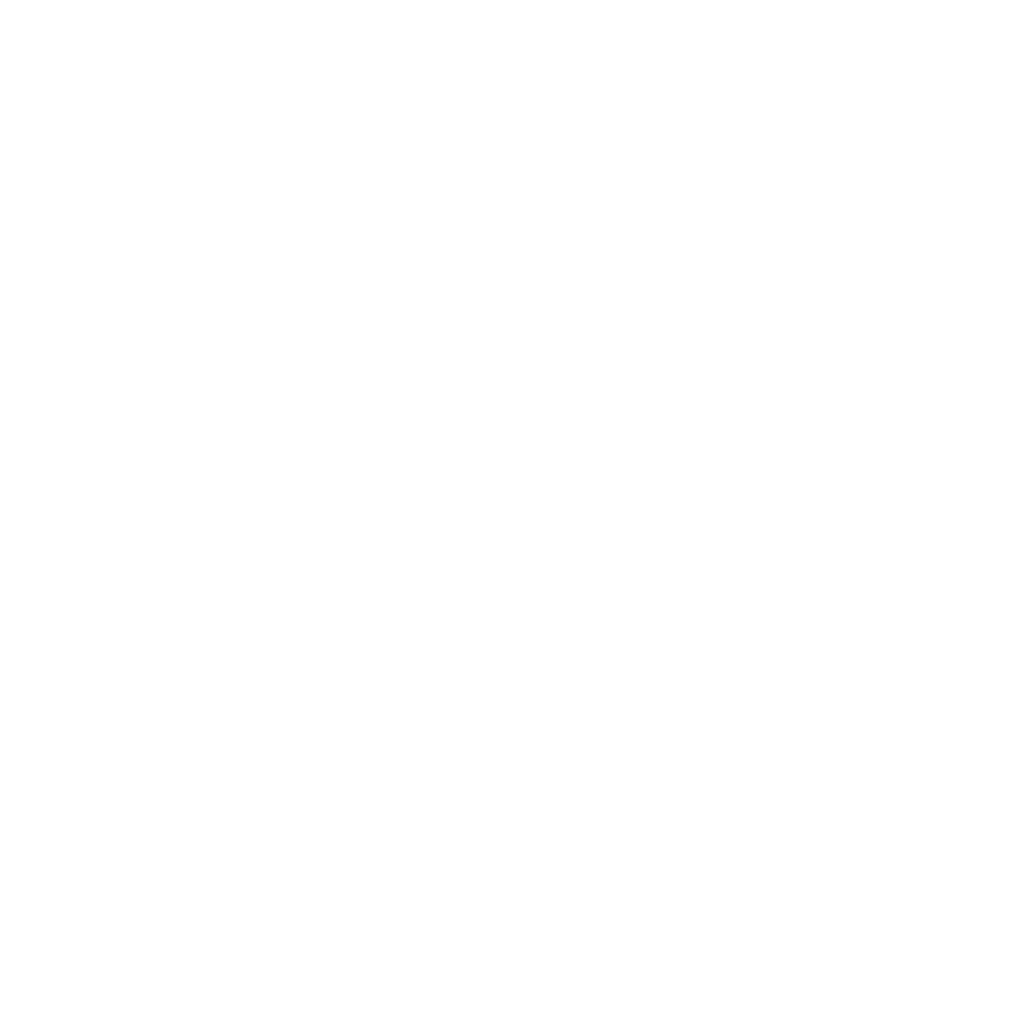
<source format=kicad_pcb>
(kicad_pcb (version 20240108) (generator "pcbnew") (generator_version "8.0")
  (layers (0 "F.Cu" signal) (31 "B.Cu" signal) (34 "B.Paste" user) (35 "F.Paste" user) (36 "B.SilkS" user "B.Silkscreen") (37 "F.SilkS" user "F.Silkscreen") (38 "B.Mask" user) (39 "F.Mask" user) (44 "Edge.Cuts" user))
  (net 0 "")
)
</source>
